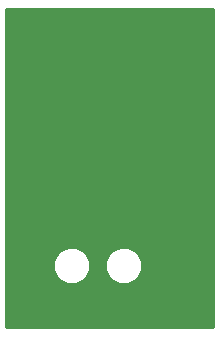
<source format=gbl>
G75*
%MOIN*%
%OFA0B0*%
%FSLAX24Y24*%
%IPPOS*%
%LPD*%
%AMOC8*
5,1,8,0,0,1.08239X$1,22.5*
%
%ADD10C,0.0120*%
%ADD11C,0.0556*%
D10*
X001620Y001620D02*
X001620Y012196D01*
X008470Y012196D01*
X008470Y001620D01*
X001620Y001620D01*
X001620Y001666D02*
X008470Y001666D01*
X008470Y001785D02*
X001620Y001785D01*
X001620Y001903D02*
X008470Y001903D01*
X008470Y002022D02*
X001620Y002022D01*
X001620Y002140D02*
X008470Y002140D01*
X008470Y002259D02*
X001620Y002259D01*
X001620Y002377D02*
X008470Y002377D01*
X008470Y002496D02*
X001620Y002496D01*
X001620Y002614D02*
X008470Y002614D01*
X008470Y002733D02*
X001620Y002733D01*
X001620Y002851D02*
X008470Y002851D01*
X008470Y002970D02*
X001620Y002970D01*
X001620Y003088D02*
X003510Y003088D01*
X003433Y003120D02*
X003667Y003023D01*
X003921Y003023D01*
X004155Y003120D01*
X004334Y003299D01*
X004431Y003533D01*
X004431Y003787D01*
X004334Y004021D01*
X004155Y004200D01*
X003921Y004297D01*
X003667Y004297D01*
X003433Y004200D01*
X003254Y004021D01*
X003157Y003787D01*
X003157Y003533D01*
X003254Y003299D01*
X003433Y003120D01*
X003346Y003207D02*
X001620Y003207D01*
X001620Y003325D02*
X003243Y003325D01*
X003194Y003444D02*
X001620Y003444D01*
X001620Y003562D02*
X003157Y003562D01*
X003157Y003681D02*
X001620Y003681D01*
X001620Y003799D02*
X003162Y003799D01*
X003211Y003918D02*
X001620Y003918D01*
X001620Y004036D02*
X003269Y004036D01*
X003387Y004155D02*
X001620Y004155D01*
X001620Y004273D02*
X003609Y004273D01*
X003979Y004273D02*
X005341Y004273D01*
X005399Y004297D02*
X005165Y004200D01*
X004986Y004021D01*
X004889Y003787D01*
X004889Y003533D01*
X004986Y003299D01*
X005165Y003120D01*
X005399Y003023D01*
X005653Y003023D01*
X005887Y003120D01*
X006066Y003299D01*
X006163Y003533D01*
X006163Y003787D01*
X006066Y004021D01*
X005887Y004200D01*
X005653Y004297D01*
X005399Y004297D01*
X005120Y004155D02*
X004200Y004155D01*
X004319Y004036D02*
X005001Y004036D01*
X004943Y003918D02*
X004377Y003918D01*
X004426Y003799D02*
X004894Y003799D01*
X004889Y003681D02*
X004431Y003681D01*
X004431Y003562D02*
X004889Y003562D01*
X004926Y003444D02*
X004394Y003444D01*
X004345Y003325D02*
X004975Y003325D01*
X005079Y003207D02*
X004241Y003207D01*
X004078Y003088D02*
X005242Y003088D01*
X005810Y003088D02*
X008470Y003088D01*
X008470Y003207D02*
X005974Y003207D01*
X006077Y003325D02*
X008470Y003325D01*
X008470Y003444D02*
X006126Y003444D01*
X006163Y003562D02*
X008470Y003562D01*
X008470Y003681D02*
X006163Y003681D01*
X006158Y003799D02*
X008470Y003799D01*
X008470Y003918D02*
X006109Y003918D01*
X006051Y004036D02*
X008470Y004036D01*
X008470Y004155D02*
X005933Y004155D01*
X005711Y004273D02*
X008470Y004273D01*
X008470Y004392D02*
X001620Y004392D01*
X001620Y004510D02*
X008470Y004510D01*
X008470Y004629D02*
X001620Y004629D01*
X001620Y004747D02*
X008470Y004747D01*
X008470Y004866D02*
X001620Y004866D01*
X001620Y004984D02*
X008470Y004984D01*
X008470Y005103D02*
X001620Y005103D01*
X001620Y005221D02*
X008470Y005221D01*
X008470Y005340D02*
X001620Y005340D01*
X001620Y005458D02*
X008470Y005458D01*
X008470Y005577D02*
X001620Y005577D01*
X001620Y005695D02*
X008470Y005695D01*
X008470Y005814D02*
X001620Y005814D01*
X001620Y005932D02*
X008470Y005932D01*
X008470Y006051D02*
X001620Y006051D01*
X001620Y006169D02*
X008470Y006169D01*
X008470Y006288D02*
X001620Y006288D01*
X001620Y006406D02*
X008470Y006406D01*
X008470Y006525D02*
X001620Y006525D01*
X001620Y006643D02*
X008470Y006643D01*
X008470Y006762D02*
X001620Y006762D01*
X001620Y006880D02*
X008470Y006880D01*
X008470Y006999D02*
X001620Y006999D01*
X001620Y007117D02*
X008470Y007117D01*
X008470Y007236D02*
X001620Y007236D01*
X001620Y007354D02*
X008470Y007354D01*
X008470Y007473D02*
X001620Y007473D01*
X001620Y007591D02*
X008470Y007591D01*
X008470Y007710D02*
X001620Y007710D01*
X001620Y007828D02*
X008470Y007828D01*
X008470Y007947D02*
X001620Y007947D01*
X001620Y008065D02*
X008470Y008065D01*
X008470Y008184D02*
X001620Y008184D01*
X001620Y008302D02*
X008470Y008302D01*
X008470Y008421D02*
X001620Y008421D01*
X001620Y008539D02*
X008470Y008539D01*
X008470Y008658D02*
X001620Y008658D01*
X001620Y008776D02*
X008470Y008776D01*
X008470Y008895D02*
X001620Y008895D01*
X001620Y009013D02*
X008470Y009013D01*
X008470Y009132D02*
X001620Y009132D01*
X001620Y009250D02*
X008470Y009250D01*
X008470Y009369D02*
X001620Y009369D01*
X001620Y009487D02*
X008470Y009487D01*
X008470Y009606D02*
X001620Y009606D01*
X001620Y009724D02*
X008470Y009724D01*
X008470Y009843D02*
X001620Y009843D01*
X001620Y009961D02*
X008470Y009961D01*
X008470Y010080D02*
X001620Y010080D01*
X001620Y010198D02*
X008470Y010198D01*
X008470Y010317D02*
X001620Y010317D01*
X001620Y010435D02*
X008470Y010435D01*
X008470Y010554D02*
X001620Y010554D01*
X001620Y010672D02*
X008470Y010672D01*
X008470Y010791D02*
X001620Y010791D01*
X001620Y010909D02*
X008470Y010909D01*
X008470Y011028D02*
X001620Y011028D01*
X001620Y011146D02*
X008470Y011146D01*
X008470Y011265D02*
X001620Y011265D01*
X001620Y011383D02*
X008470Y011383D01*
X008470Y011502D02*
X001620Y011502D01*
X001620Y011620D02*
X008470Y011620D01*
X008470Y011739D02*
X001620Y011739D01*
X001620Y011857D02*
X008470Y011857D01*
X008470Y011976D02*
X001620Y011976D01*
X001620Y012094D02*
X008470Y012094D01*
X003660Y008660D02*
X003660Y005560D01*
X003660Y008660D02*
X003160Y009160D01*
D11*
X003160Y009160D03*
X003660Y005560D03*
M02*

</source>
